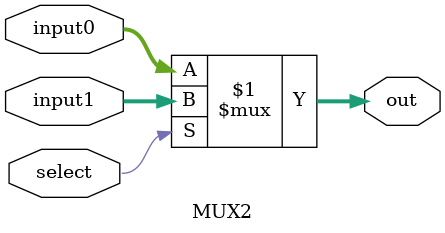
<source format=v>
module MUX2 (
    input [31:0] input0,      // Đầu vào 32 bit: Dữ liệu đầu tiên (lựa chọn khi select = 0)
    input [31:0] input1,      // Đầu vào 32 bit: Dữ liệu thứ hai (lựa chọn khi select = 1)
    input select,             // Đầu vào 1 bit: Tín hiệu điều khiển chọn đầu vào
    output [31:0] out         // Đầu ra 32 bit: Kết quả được chọn từ input0 hoặc input1
);
    // Gán đầu ra dựa trên tín hiệu select
    // Nếu select = 1, out = input1; nếu select = 0, out = input0
    assign out = select ? input1 : input0;
endmodule
</source>
